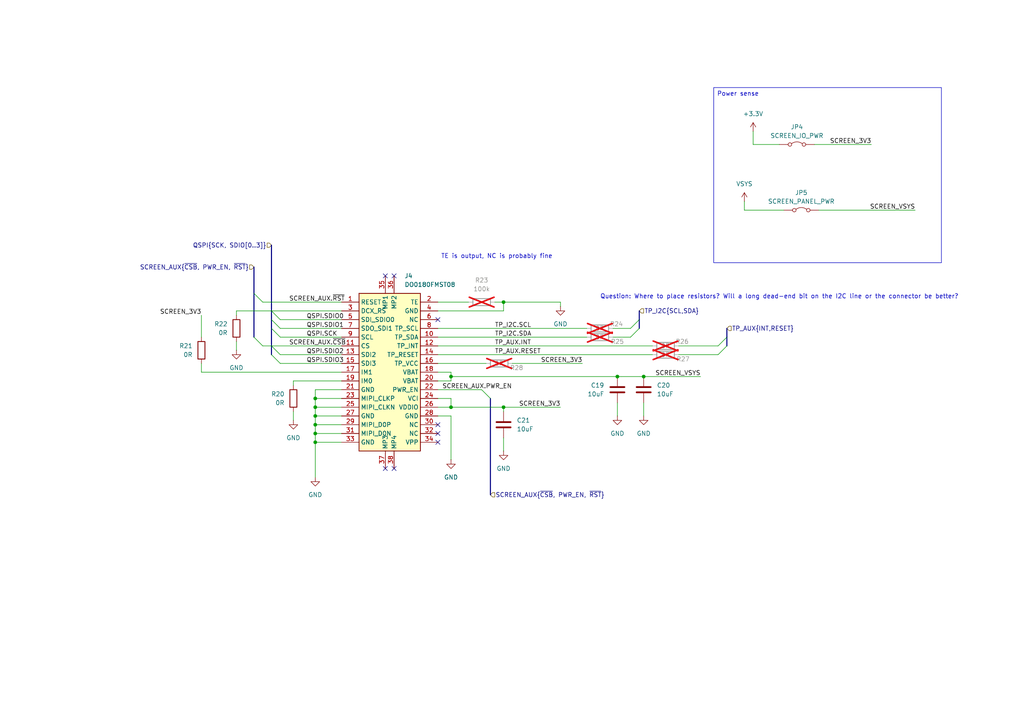
<source format=kicad_sch>
(kicad_sch (version 20250114) (generator "eeschema") (generator_version "9.0")
  (paper "A4")
  (lib_symbols
    (symbol "Device:C" (pin_numbers (hide yes)) (pin_names (offset 0.254))
      (property "Reference" "C" (at 0.635 2.54 0))
      (property "Value" "C" (at 0.635 -2.54 0))
      (symbol "C_0_1"
        (polyline (pts (xy -2.032 0.762) (xy 2.032 0.762)) (stroke (width 0.508)))
        (polyline (pts (xy -2.032 -0.762) (xy 2.032 -0.762)) (stroke (width 0.508)))
      )
      (symbol "C_1_1"
        (pin passive line (at 0 3.81 270) (length 2.794) (name "~") (number "1"))
        (pin passive line (at 0 -3.81 90) (length 2.794) (name "~") (number "2"))
      )
    )
    (symbol "Device:R" (pin_numbers (hide yes)) (pin_names (offset 0))
      (property "Reference" "R" (at 2.032 0 90))
      (property "Value" "R" (at 0 0 90))
      (symbol "R_0_1"
        (rectangle (start -1.016 -2.54) (end 1.016 2.54) (stroke (width 0.254)))
      )
      (symbol "R_1_1"
        (pin passive line (at 0 3.81 270) (length 1.27) (name "~") (number "1"))
        (pin passive line (at 0 -3.81 90) (length 1.27) (name "~") (number "2"))
      )
    )
    (symbol "Jumper:Jumper_2_Bridged" (pin_numbers (hide yes)) (pin_names (offset 0) (hide yes)) (exclude_from_sim yes)
      (property "Reference" "JP" (at 0 1.905 0))
      (property "Value" "Jumper_2_Bridged" (at 0 -2.54 0))
      (symbol "Jumper_2_Bridged_0_0"
        (circle (center -2.032 0) (radius 0.508))
        (circle (center 2.032 0) (radius 0.508))
      )
      (symbol "Jumper_2_Bridged_0_1"
        (arc (start -1.524 0.254) (mid 0 0.762) (end 1.524 0.254))
      )
      (symbol "Jumper_2_Bridged_1_1"
        (pin passive line (at -5.08 0 0) (length 2.54) (name "A") (number "1"))
        (pin passive line (at 5.08 0 180) (length 2.54) (name "B") (number "2"))
      )
    )
    (symbol "SamacSys_Parts:DO0180FMST03"
      (property "Reference" "J" (at 52.07 12.7 0))
      (property "Value" "DO0180FMST08" (at 52.07 10.16 0))
      (symbol "DO0180FMST03_1_1"
        (rectangle (start 5.08 7.62) (end 50.8 -10.16) (stroke (width 0.254)) (fill (type background)))
        (pin passive line (at 0 0 0) (length 5.08) (name "MP4") (number "38"))
        (pin passive line (at 0 -2.54 0) (length 5.08) (name "MP3") (number "37"))
        (pin passive line (at 7.62 12.7 270) (length 5.08) (name "VPP") (number "34"))
        (pin passive line (at 7.62 -15.24 90) (length 5.08) (name "GND") (number "33"))
        (pin passive line (at 10.16 12.7 270) (length 5.08) (name "NC") (number "32"))
        (pin passive line (at 10.16 -15.24 90) (length 5.08) (name "MIPI_D0N") (number "31"))
        (pin passive line (at 12.7 12.7 270) (length 5.08) (name "NC") (number "30"))
        (pin passive line (at 12.7 -15.24 90) (length 5.08) (name "MIPI_D0P") (number "29"))
        (pin passive line (at 15.24 12.7 270) (length 5.08) (name "GND") (number "28"))
        (pin passive line (at 15.24 -15.24 90) (length 5.08) (name "GND") (number "27"))
        (pin passive line (at 17.78 12.7 270) (length 5.08) (name "VDDIO") (number "26"))
        (pin passive line (at 17.78 -15.24 90) (length 5.08) (name "MIPI_CLKN") (number "25"))
        (pin passive line (at 20.32 12.7 270) (length 5.08) (name "VCI") (number "24"))
        (pin passive line (at 20.32 -15.24 90) (length 5.08) (name "MIPI_CLKP") (number "23"))
        (pin passive line (at 22.86 12.7 270) (length 5.08) (name "PWR_EN") (number "22"))
        (pin passive line (at 22.86 -15.24 90) (length 5.08) (name "GND") (number "21"))
        (pin passive line (at 25.4 12.7 270) (length 5.08) (name "VBAT") (number "20"))
        (pin passive line (at 25.4 -15.24 90) (length 5.08) (name "IM0") (number "19"))
        (pin passive line (at 27.94 12.7 270) (length 5.08) (name "VBAT") (number "18"))
        (pin passive line (at 27.94 -15.24 90) (length 5.08) (name "IM1") (number "17"))
        (pin passive line (at 30.48 12.7 270) (length 5.08) (name "TP_VCC") (number "16"))
        (pin passive line (at 30.48 -15.24 90) (length 5.08) (name "SDI3") (number "15"))
        (pin passive line (at 33.02 12.7 270) (length 5.08) (name "TP_RESET") (number "14"))
        (pin passive line (at 33.02 -15.24 90) (length 5.08) (name "SDI2") (number "13"))
        (pin passive line (at 35.56 12.7 270) (length 5.08) (name "TP_INT") (number "12"))
        (pin passive line (at 35.56 -15.24 90) (length 5.08) (name "CS") (number "11"))
        (pin passive line (at 38.1 12.7 270) (length 5.08) (name "TP_SDA") (number "10"))
        (pin passive line (at 38.1 -15.24 90) (length 5.08) (name "SCL") (number "9"))
        (pin passive line (at 40.64 12.7 270) (length 5.08) (name "TP_SCL") (number "8"))
        (pin passive line (at 40.64 -15.24 90) (length 5.08) (name "SDO_SDI1") (number "7"))
        (pin passive line (at 43.18 12.7 270) (length 5.08) (name "NC") (number "6"))
        (pin passive line (at 43.18 -15.24 90) (length 5.08) (name "SDI_SDIO0") (number "5"))
        (pin passive line (at 45.72 12.7 270) (length 5.08) (name "GND") (number "4"))
        (pin passive line (at 45.72 -15.24 90) (length 5.08) (name "DCX_RS") (number "3"))
        (pin passive line (at 48.26 12.7 270) (length 5.08) (name "TE") (number "2"))
        (pin passive line (at 48.26 -15.24 90) (length 5.08) (name "RESET") (number "1"))
        (pin passive line (at 55.88 0 180) (length 5.08) (name "MP2") (number "36"))
        (pin passive line (at 55.88 -2.54 180) (length 5.08) (name "MP1") (number "35"))
      )
    )
    (symbol "power:+3.3V" (power) (pin_numbers (hide yes)) (pin_names (offset 0) (hide yes))
      (property "Value" "+3.3V" (at 0 3.556 0))
      (symbol "+3.3V_0_1"
        (polyline (pts (xy -0.762 1.27) (xy 0 2.54)))
        (polyline (pts (xy 0 2.54) (xy 0.762 1.27)))
        (polyline (pts (xy 0 0) (xy 0 2.54)))
      )
      (symbol "+3.3V_1_1"
        (pin power_in line (at 0 0 90) (length 0) (name "~") (number "1"))
      )
    )
    (symbol "power:GND" (power) (pin_numbers (hide yes)) (pin_names (offset 0) (hide yes))
      (property "Value" "GND" (at 0 -3.81 0))
      (symbol "GND_0_1"
        (polyline (pts (xy 0 0) (xy 0 -1.27) (xy 1.27 -1.27) (xy 0 -2.54) (xy -1.27 -1.27) (xy 0 -1.27)))
      )
      (symbol "GND_1_1"
        (pin power_in line (at 0 0 270) (length 0) (name "~") (number "1"))
      )
    )
    (symbol "power:VBUS" (power) (pin_numbers (hide yes)) (pin_names (offset 0) (hide yes))
      (property "Value" "VBUS" (at 0 3.556 0))
      (symbol "VBUS_0_1"
        (polyline (pts (xy -0.762 1.27) (xy 0 2.54)))
        (polyline (pts (xy 0 2.54) (xy 0.762 1.27)))
        (polyline (pts (xy 0 0) (xy 0 2.54)))
      )
      (symbol "VBUS_1_1"
        (pin power_in line (at 0 0 90) (length 0) (name "~") (number "1"))
      )
    )
  )
  (text "Question: Where to place resistors? Will a long dead-end bit on the I2C line or the connector be better?" (at 226.06 86.106 0) (effects (font (size 1.27 1.27))))
  (text "TE is output, NC is probably fine" (at 160.274 74.422 0) (effects (font (size 1.27 1.27)) (justify right)))
  (text_box "Power sense" (at 207.01 25.4 0) (size 66.04 50.8) (margins 0.9525 0.9525 0.9525 0.9525) (effects (font (size 1.27 1.27)) (justify left top)))
  (junction (at 91.44 125.73))
  (junction (at 91.44 123.19))
  (junction (at 91.44 115.57))
  (junction (at 146.05 118.11))
  (junction (at 146.05 87.63))
  (junction (at 91.44 118.11))
  (junction (at 179.07 109.22))
  (junction (at 91.44 128.27))
  (junction (at 130.81 109.22))
  (junction (at 130.81 118.11))
  (junction (at 186.69 109.22))
  (junction (at 91.44 120.65))
  (no_connect (at 111.76 80.01))
  (no_connect (at 114.3 80.01))
  (no_connect (at 127 92.71))
  (no_connect (at 111.76 135.89))
  (no_connect (at 127 123.19))
  (no_connect (at 127 128.27))
  (no_connect (at 127 125.73))
  (no_connect (at 114.3 135.89))
  (bus_entry (at 182.88 97.79) (size 2.54 -2.54))
  (bus_entry (at 78.74 102.87) (size 2.54 2.54))
  (bus_entry (at 182.88 95.25) (size 2.54 -2.54))
  (bus_entry (at 139.7 113.03) (size 2.54 2.54))
  (bus_entry (at 78.74 90.17) (size 2.54 2.54))
  (bus_entry (at 208.28 102.87) (size 2.54 -2.54))
  (bus_entry (at 78.74 95.25) (size 2.54 2.54))
  (bus_entry (at 73.66 97.79) (size 2.54 2.54))
  (bus_entry (at 208.28 100.33) (size 2.54 -2.54))
  (bus_entry (at 73.66 85.09) (size 2.54 2.54))
  (bus_entry (at 78.74 100.33) (size 2.54 2.54))
  (bus_entry (at 78.74 92.71) (size 2.54 2.54))
  (bus (pts (xy 73.66 85.09) (xy 73.66 97.79)))
  (wire (pts (xy 179.07 116.84) (xy 179.07 120.65)))
  (wire (pts (xy 143.51 87.63) (xy 146.05 87.63)))
  (wire (pts (xy 91.44 123.19) (xy 91.44 120.65)))
  (wire (pts (xy 130.81 107.95) (xy 130.81 109.22)))
  (wire (pts (xy 148.59 105.41) (xy 168.91 105.41)))
  (wire (pts (xy 91.44 128.27) (xy 99.06 128.27)))
  (wire (pts (xy 196.85 100.33) (xy 208.28 100.33)))
  (wire (pts (xy 127 87.63) (xy 135.89 87.63)))
  (wire (pts (xy 85.09 119.38) (xy 85.09 121.92)))
  (wire (pts (xy 91.44 125.73) (xy 91.44 123.19)))
  (wire (pts (xy 99.06 110.49) (xy 85.09 110.49)))
  (wire (pts (xy 127 120.65) (xy 130.81 120.65)))
  (wire (pts (xy 218.44 38.1) (xy 218.44 41.91)))
  (wire (pts (xy 177.8 97.79) (xy 182.88 97.79)))
  (wire (pts (xy 179.07 109.22) (xy 186.69 109.22)))
  (bus (pts (xy 78.74 90.17) (xy 78.74 92.71)))
  (wire (pts (xy 127 118.11) (xy 130.81 118.11)))
  (wire (pts (xy 78.74 100.33) (xy 99.06 100.33)))
  (wire (pts (xy 99.06 107.95) (xy 58.42 107.95)))
  (wire (pts (xy 91.44 115.57) (xy 99.06 115.57)))
  (wire (pts (xy 127 102.87) (xy 189.23 102.87)))
  (wire (pts (xy 91.44 123.19) (xy 99.06 123.19)))
  (wire (pts (xy 85.09 110.49) (xy 85.09 111.76)))
  (wire (pts (xy 76.2 87.63) (xy 99.06 87.63)))
  (wire (pts (xy 81.28 102.87) (xy 99.06 102.87)))
  (bus (pts (xy 78.74 100.33) (xy 78.74 102.87)))
  (wire (pts (xy 58.42 105.41) (xy 58.42 107.95)))
  (wire (pts (xy 130.81 120.65) (xy 130.81 133.35)))
  (wire (pts (xy 146.05 90.17) (xy 146.05 87.63)))
  (wire (pts (xy 91.44 125.73) (xy 99.06 125.73)))
  (bus (pts (xy 78.74 95.25) (xy 78.74 100.33)))
  (wire (pts (xy 68.58 91.44) (xy 68.58 90.17)))
  (bus (pts (xy 73.66 77.47) (xy 73.66 85.09)))
  (wire (pts (xy 127 113.03) (xy 139.7 113.03)))
  (wire (pts (xy 186.69 116.84) (xy 186.69 120.65)))
  (bus (pts (xy 210.82 95.25) (xy 210.82 97.79)))
  (wire (pts (xy 146.05 118.11) (xy 146.05 119.38)))
  (wire (pts (xy 215.9 58.42) (xy 215.9 60.96)))
  (wire (pts (xy 91.44 128.27) (xy 91.44 125.73)))
  (wire (pts (xy 196.85 102.87) (xy 208.28 102.87)))
  (wire (pts (xy 58.42 91.44) (xy 58.42 97.79)))
  (wire (pts (xy 68.58 99.06) (xy 68.58 101.6)))
  (wire (pts (xy 76.2 100.33) (xy 78.74 100.33)))
  (wire (pts (xy 162.56 87.63) (xy 162.56 88.9)))
  (wire (pts (xy 215.9 60.96) (xy 227.33 60.96)))
  (bus (pts (xy 142.24 115.57) (xy 142.24 143.51)))
  (wire (pts (xy 91.44 113.03) (xy 99.06 113.03)))
  (wire (pts (xy 127 107.95) (xy 130.81 107.95)))
  (wire (pts (xy 91.44 138.43) (xy 91.44 128.27)))
  (wire (pts (xy 91.44 118.11) (xy 99.06 118.11)))
  (wire (pts (xy 78.74 90.17) (xy 99.06 90.17)))
  (bus (pts (xy 185.42 90.17) (xy 185.42 92.71)))
  (wire (pts (xy 81.28 92.71) (xy 99.06 92.71)))
  (wire (pts (xy 186.69 109.22) (xy 203.2 109.22)))
  (wire (pts (xy 81.28 105.41) (xy 99.06 105.41)))
  (wire (pts (xy 91.44 115.57) (xy 91.44 113.03)))
  (bus (pts (xy 185.42 92.71) (xy 185.42 95.25)))
  (wire (pts (xy 237.49 60.96) (xy 265.43 60.96)))
  (wire (pts (xy 127 90.17) (xy 146.05 90.17)))
  (wire (pts (xy 127 110.49) (xy 130.81 110.49)))
  (wire (pts (xy 81.28 95.25) (xy 99.06 95.25)))
  (wire (pts (xy 218.44 41.91) (xy 226.06 41.91)))
  (wire (pts (xy 91.44 120.65) (xy 99.06 120.65)))
  (wire (pts (xy 91.44 118.11) (xy 91.44 115.57)))
  (wire (pts (xy 130.81 109.22) (xy 130.81 110.49)))
  (wire (pts (xy 127 97.79) (xy 170.18 97.79)))
  (wire (pts (xy 81.28 97.79) (xy 99.06 97.79)))
  (wire (pts (xy 127 105.41) (xy 140.97 105.41)))
  (bus (pts (xy 78.74 92.71) (xy 78.74 95.25)))
  (wire (pts (xy 177.8 95.25) (xy 182.88 95.25)))
  (wire (pts (xy 130.81 118.11) (xy 146.05 118.11)))
  (wire (pts (xy 162.56 118.11) (xy 146.05 118.11)))
  (bus (pts (xy 78.74 71.12) (xy 78.74 90.17)))
  (wire (pts (xy 130.81 109.22) (xy 179.07 109.22)))
  (wire (pts (xy 68.58 90.17) (xy 78.74 90.17)))
  (wire (pts (xy 127 100.33) (xy 189.23 100.33)))
  (wire (pts (xy 127 115.57) (xy 130.81 115.57)))
  (wire (pts (xy 127 95.25) (xy 170.18 95.25)))
  (wire (pts (xy 91.44 120.65) (xy 91.44 118.11)))
  (wire (pts (xy 146.05 87.63) (xy 162.56 87.63)))
  (bus (pts (xy 210.82 97.79) (xy 210.82 100.33)))
  (wire (pts (xy 130.81 115.57) (xy 130.81 118.11)))
  (wire (pts (xy 236.22 41.91) (xy 252.73 41.91)))
  (wire (pts (xy 146.05 127) (xy 146.05 130.81)))
  (label "SCREEN_3V3" (at 168.91 105.41 180))
  (label "SCREEN_VSYS" (at 265.43 60.96 180))
  (label "TP_AUX.RESET" (at 143.51 102.87 0))
  (label "QSPI.SDIO1" (at 88.9 95.25 0))
  (label "SCREEN_3V3" (at 58.42 91.44 180))
  (label "SCREEN_AUX.~{RST}" (at 83.82 87.63 0))
  (label "TP_AUX.INT" (at 143.51 100.33 0))
  (label "TP_I2C.SCL" (at 143.51 95.25 0))
  (label "QSPI.SDIO2" (at 88.9 102.87 0))
  (label "SCREEN_3V3" (at 162.56 118.11 180))
  (label "TP_I2C.SDA" (at 143.51 97.79 0))
  (label "QSPI.SDIO3" (at 88.9 105.41 0))
  (label "QSPI.SCK" (at 88.9 97.79 0))
  (label "SCREEN_AUX.PWR_EN" (at 128.27 113.03 0))
  (label "SCREEN_AUX.~{CSB}" (at 83.82 100.33 0))
  (label "SCREEN_3V3" (at 252.73 41.91 180))
  (label "SCREEN_VSYS" (at 203.2 109.22 180))
  (label "QSPI.SDIO0" (at 88.9 92.71 0))
  (hierarchical_label "SCREEN_AUX{~{CSB}, PWR_EN, ~{RST}}" (shape input) (at 142.24 143.51 0))
  (hierarchical_label "TP_AUX{INT,RESET}" (shape input) (at 210.82 95.25 0))
  (hierarchical_label "TP_I2C{SCL,SDA}" (shape input) (at 185.42 90.17 0))
  (hierarchical_label "SCREEN_AUX{~{CSB}, PWR_EN, ~{RST}}" (shape input) (at 73.66 77.47 180))
  (hierarchical_label "QSPI{SCK, SDIO[0..3]}" (shape input) (at 78.74 71.12 180))
  (symbol (lib_id "power:GND") (at 186.69 120.65 0) (unit 1)
    (property "Reference" "#PWR055" (effects (hide yes)))
    (property "Value" "GND" (at 186.69 125.73 0))
    (property "Description" "Power symbol creates a global label with name \"GND\" , ground" (effects (hide yes)))
  )
  (symbol (lib_id "power:+3.3V") (at 218.44 38.1 0) (unit 1)
    (property "Reference" "#PWR049" (effects (hide yes)))
    (property "Value" "+3.3V" (at 218.44 33.02 0))
    (property "Description" "Power symbol creates a global label with name \"+3.3V\"" (effects (hide yes)))
  )
  (symbol (lib_id "power:VBUS") (at 215.9 58.42 0) (unit 1)
    (property "Reference" "#PWR056" (effects (hide yes)))
    (property "Value" "VSYS" (at 215.9 53.34 0))
    (property "Description" "Power symbol creates a global label with name \"VBUS\"" (effects (hide yes)))
  )
  (symbol (lib_id "Device:C") (at 179.07 113.03 0) (mirror x) (unit 1)
    (property "Reference" "C19" (at 175.26 111.7599 0) (effects (justify right)))
    (property "Value" "10uF" (at 175.26 114.2999 0) (effects (justify right)))
    (property "Footprint" "Capacitor_SMD:C_0603_1608Metric" (effects (hide yes)))
    (property "Description" "Unpolarized capacitor" (effects (hide yes)))
  )
  (symbol (lib_id "power:GND") (at 91.44 138.43 0) (unit 1)
    (property "Reference" "#PWR047" (effects (hide yes)))
    (property "Value" "GND" (at 91.44 143.51 0))
    (property "Description" "Power symbol creates a global label with name \"GND\" , ground" (effects (hide yes)))
  )
  (symbol (lib_id "power:GND") (at 146.05 130.81 0) (unit 1)
    (property "Reference" "#PWR053" (effects (hide yes)))
    (property "Value" "GND" (at 146.05 135.89 0))
    (property "Description" "Power symbol creates a global label with name \"GND\" , ground" (effects (hide yes)))
  )
  (symbol (lib_id "Device:R") (at 173.99 97.79 90) (unit 1) (dnp yes)
    (property "Reference" "R25" (at 179.07 99.06 90))
    (property "Value" "0R" (at 173.99 97.79 90))
    (property "Footprint" "Resistor_SMD:R_0603_1608Metric" (effects (hide yes)))
    (property "Description" "Resistor" (effects (hide yes)))
  )
  (symbol (lib_id "Device:R") (at 193.04 100.33 90) (unit 1) (dnp yes)
    (property "Reference" "R26" (at 197.866 99.06 90))
    (property "Value" "0R" (at 193.04 100.33 90))
    (property "Footprint" "Resistor_SMD:R_0603_1608Metric" (effects (hide yes)))
    (property "Description" "Resistor" (effects (hide yes)))
  )
  (symbol (lib_id "Device:R") (at 173.99 95.25 90) (unit 1) (dnp yes)
    (property "Reference" "R24" (at 178.816 93.98 90))
    (property "Value" "0R" (at 173.99 95.25 90))
    (property "Footprint" "Resistor_SMD:R_0603_1608Metric" (effects (hide yes)))
    (property "Description" "Resistor" (effects (hide yes)))
  )
  (symbol (lib_id "power:GND") (at 130.81 133.35 0) (unit 1)
    (property "Reference" "#PWR050" (effects (hide yes)))
    (property "Value" "GND" (at 130.81 138.43 0))
    (property "Description" "Power symbol creates a global label with name \"GND\" , ground" (effects (hide yes)))
  )
  (symbol (lib_id "power:GND") (at 68.58 101.6 0) (unit 1)
    (property "Reference" "#PWR051" (effects (hide yes)))
    (property "Value" "GND" (at 68.58 106.68 0))
    (property "Description" "Power symbol creates a global label with name \"GND\" , ground" (effects (hide yes)))
  )
  (symbol (lib_id "Device:C") (at 146.05 123.19 0) (mirror y) (unit 1)
    (property "Reference" "C21" (at 149.86 121.9199 0) (effects (justify right)))
    (property "Value" "10uF" (at 149.86 124.4599 0) (effects (justify right)))
    (property "Footprint" "Capacitor_SMD:C_0603_1608Metric" (effects (hide yes)))
    (property "Description" "Unpolarized capacitor" (effects (hide yes)))
  )
  (symbol (lib_id "Jumper:Jumper_2_Bridged") (at 231.14 41.91 0) (unit 1) (exclude_from_sim yes)
    (property "Reference" "JP4" (at 231.14 36.83 0))
    (property "Value" "SCREEN_IO_PWR" (at 231.14 39.37 0))
    (property "Description" "Jumper, 2-pole, closed/bridged" (effects (hide yes)))
  )
  (symbol (lib_id "Device:R") (at 58.42 101.6 0) (mirror x) (unit 1)
    (property "Reference" "R21" (at 55.88 100.3299 0) (effects (justify right)))
    (property "Value" "0R" (at 55.88 102.8699 0) (effects (justify right)))
    (property "Footprint" "Resistor_SMD:R_0603_1608Metric" (effects (hide yes)))
    (property "Description" "Resistor" (effects (hide yes)))
  )
  (symbol (lib_id "Device:C") (at 186.69 113.03 0) (mirror y) (unit 1)
    (property "Reference" "C20" (at 190.5 111.7599 0) (effects (justify right)))
    (property "Value" "10uF" (at 190.5 114.2999 0) (effects (justify right)))
    (property "Footprint" "Capacitor_SMD:C_0603_1608Metric" (effects (hide yes)))
    (property "Description" "Unpolarized capacitor" (effects (hide yes)))
  )
  (symbol (lib_id "power:GND") (at 85.09 121.92 0) (unit 1)
    (property "Reference" "#PWR048" (effects (hide yes)))
    (property "Value" "GND" (at 85.09 127 0))
    (property "Description" "Power symbol creates a global label with name \"GND\" , ground" (effects (hide yes)))
  )
  (symbol (lib_id "Device:R") (at 193.04 102.87 90) (unit 1) (dnp yes)
    (property "Reference" "R27" (at 198.12 104.14 90))
    (property "Value" "0R" (at 193.04 102.87 90))
    (property "Footprint" "Resistor_SMD:R_0603_1608Metric" (effects (hide yes)))
    (property "Description" "Resistor" (effects (hide yes)))
  )
  (symbol (lib_id "Device:R") (at 139.7 87.63 90) (unit 1) (dnp yes)
    (property "Reference" "R23" (at 139.7 81.28 90))
    (property "Value" "100k" (at 139.7 83.82 90))
    (property "Footprint" "Resistor_SMD:R_0603_1608Metric" (effects (hide yes)))
    (property "Description" "Resistor" (effects (hide yes)))
  )
  (symbol (lib_id "Device:R") (at 85.09 115.57 0) (mirror x) (unit 1)
    (property "Reference" "R20" (at 82.55 114.2999 0) (effects (justify right)))
    (property "Value" "0R" (at 82.55 116.8399 0) (effects (justify right)))
    (property "Footprint" "Resistor_SMD:R_0603_1608Metric" (effects (hide yes)))
    (property "Description" "Resistor" (effects (hide yes)))
  )
  (symbol (lib_id "power:GND") (at 179.07 120.65 0) (unit 1)
    (property "Reference" "#PWR054" (effects (hide yes)))
    (property "Value" "GND" (at 179.07 125.73 0))
    (property "Description" "Power symbol creates a global label with name \"GND\" , ground" (effects (hide yes)))
  )
  (symbol (lib_id "SamacSys_Parts:DO0180FMST03") (at 114.3 135.89 270) (mirror x) (unit 1)
    (property "Reference" "J4" (at 117.3165 80.01 90) (effects (justify left)))
    (property "Value" "DO0180FMST08" (at 117.3165 82.55 90) (effects (justify left)))
    (property "Footprint" "SamacSys_Parts:AXE534127" (effects (hide yes)))
    (property "Datasheet" "https://mediap.industry.panasonic.eu/assets/imported/industrial.panasonic.com/ac/cdn/e/control/connector/base-fpc/catalog/con_eng_a4s.pdf" (effects (hide yes)))
    (property "Description" "Panasonic A4S Series Surface Mount PCB Socket, 34-Contact, 2-Row, 0.4mm Pitch, Solder Termination" (effects (hide yes)))
    (property "Height" "0.97" (effects (hide yes)))
    (property "Mouser Part Number" "679-AXE534127" (effects (hide yes)))
    (property "Mouser Price/Stock" "https://www.mouser.co.uk/ProductDetail/Panasonic-Industrial-Devices/AXE534127?qs=HSwFsqQPTVMM2kfMwZjTLA%3D%3D" (effects (hide yes)))
    (property "Manufacturer_Name" "Panasonic" (effects (hide yes)))
    (property "Manufacturer_Part_Number" "AXE534127" (effects (hide yes)))
  )
  (symbol (lib_id "Device:R") (at 68.58 95.25 0) (mirror x) (unit 1)
    (property "Reference" "R22" (at 66.04 93.9799 0) (effects (justify right)))
    (property "Value" "0R" (at 66.04 96.5199 0) (effects (justify right)))
    (property "Footprint" "Resistor_SMD:R_0402_1005Metric" (effects (hide yes)))
    (property "Description" "Resistor" (effects (hide yes)))
  )
  (symbol (lib_id "power:GND") (at 162.56 88.9 0) (unit 1)
    (property "Reference" "#PWR052" (effects (hide yes)))
    (property "Value" "GND" (at 162.56 93.98 0))
    (property "Description" "Power symbol creates a global label with name \"GND\" , ground" (effects (hide yes)))
  )
  (symbol (lib_id "Jumper:Jumper_2_Bridged") (at 232.41 60.96 0) (unit 1) (exclude_from_sim yes)
    (property "Reference" "JP5" (at 232.41 55.88 0))
    (property "Value" "SCREEN_PANEL_PWR" (at 232.41 58.42 0))
    (property "Description" "Jumper, 2-pole, closed/bridged" (effects (hide yes)))
  )
  (symbol (lib_id "Device:R") (at 144.78 105.41 90) (unit 1) (dnp yes)
    (property "Reference" "R28" (at 149.86 106.68 90))
    (property "Value" "0R" (at 144.78 105.41 90))
    (property "Footprint" "Resistor_SMD:R_0603_1608Metric" (effects (hide yes)))
    (property "Description" "Resistor" (effects (hide yes)))
  )
)
</source>
